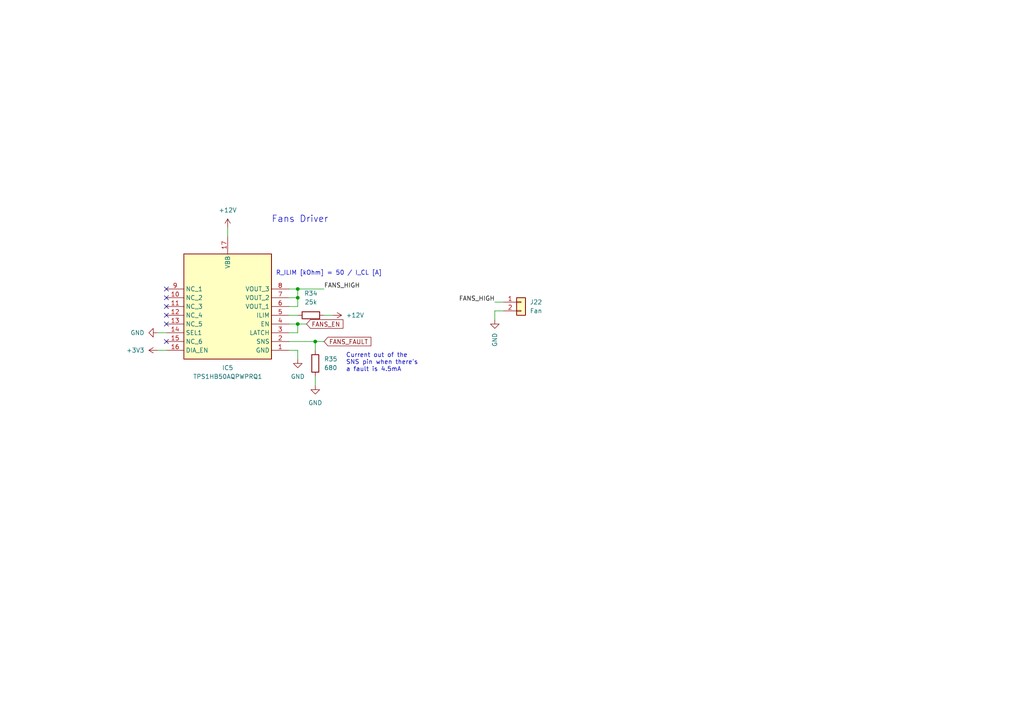
<source format=kicad_sch>
(kicad_sch (version 20231120) (generator "eeschema") (generator_version "8.0")
  (paper "A4")
  (lib_symbols
    (symbol "Connector_Generic:Conn_01x02" (pin_names (offset 1.016) hide)
      (property "Reference" "J" (at 0 2.54 0))
      (property "Value" "Conn_01x02" (at 0 -5.08 0))
      (symbol "Conn_01x02_1_1"
        (rectangle (start -1.27 -2.413) (end 0 -2.667) (stroke (width 0.1524)))
        (rectangle (start -1.27 0.127) (end 0 -0.127) (stroke (width 0.1524)))
        (rectangle (start -1.27 1.27) (end 1.27 -3.81) (stroke (width 0.254)) (fill (type background)))
        (pin passive line (at -5.08 0 0) (length 3.81) (name "Pin_1") (number "1"))
        (pin passive line (at -5.08 -2.54 0) (length 3.81) (name "Pin_2") (number "2"))
      )
    )
    (symbol "Device:R" (pin_numbers hide) (pin_names (offset 0))
      (property "Reference" "R" (at 2.032 0 90))
      (property "Value" "R" (at 0 0 90))
      (symbol "R_0_1"
        (rectangle (start -1.016 -2.54) (end 1.016 2.54) (stroke (width 0.254)))
      )
      (symbol "R_1_1"
        (pin passive line (at 0 3.81 270) (length 1.27) (name "~") (number "1"))
        (pin passive line (at 0 -3.81 90) (length 1.27) (name "~") (number "2"))
      )
    )
    (symbol "TPS1HB50AQPWPRQ1:TPS1HB50AQPWPRQ1"
      (property "Reference" "IC" (at 31.75 7.62 0))
      (property "Value" "TPS1HB50AQPWPRQ1" (at 31.75 5.08 0))
      (symbol "TPS1HB50AQPWPRQ1_1_1"
        (rectangle (start 5.08 2.54) (end 30.48 -27.94) (stroke (width 0.254)) (fill (type background)))
        (pin passive line (at 0 0 0) (length 5.08) (name "GND") (number "1"))
        (pin passive line (at 35.56 -15.24 180) (length 5.08) (name "NC_2") (number "10"))
        (pin passive line (at 35.56 -12.7 180) (length 5.08) (name "NC_3") (number "11"))
        (pin passive line (at 35.56 -10.16 180) (length 5.08) (name "NC_4") (number "12"))
        (pin passive line (at 35.56 -7.62 180) (length 5.08) (name "NC_5") (number "13"))
        (pin passive line (at 35.56 -5.08 180) (length 5.08) (name "SEL1") (number "14"))
        (pin passive line (at 35.56 -2.54 180) (length 5.08) (name "NC_6") (number "15"))
        (pin passive line (at 35.56 0 180) (length 5.08) (name "DIA_EN") (number "16"))
        (pin passive line (at 17.78 -33.02 90) (length 5.08) (name "VBB") (number "17"))
        (pin passive line (at 0 -2.54 0) (length 5.08) (name "SNS") (number "2"))
        (pin passive line (at 0 -5.08 0) (length 5.08) (name "LATCH") (number "3"))
        (pin passive line (at 0 -7.62 0) (length 5.08) (name "EN") (number "4"))
        (pin passive line (at 0 -10.16 0) (length 5.08) (name "ILIM") (number "5"))
        (pin passive line (at 0 -12.7 0) (length 5.08) (name "VOUT_1") (number "6"))
        (pin passive line (at 0 -15.24 0) (length 5.08) (name "VOUT_2") (number "7"))
        (pin passive line (at 0 -17.78 0) (length 5.08) (name "VOUT_3") (number "8"))
        (pin passive line (at 35.56 -17.78 180) (length 5.08) (name "NC_1") (number "9"))
      )
    )
    (symbol "power:+12V" (power) (pin_names (offset 0))
      (property "Value" "+12V" (at 0 3.556 0))
      (symbol "+12V_0_1"
        (polyline (pts (xy -0.762 1.27) (xy 0 2.54)))
        (polyline (pts (xy 0 0) (xy 0 2.54)))
        (polyline (pts (xy 0 2.54) (xy 0.762 1.27)))
      )
      (symbol "+12V_1_1"
        (pin power_in line (at 0 0 90) (length 0) hide (name "+12V") (number "1"))
      )
    )
    (symbol "power:+3V3" (power) (pin_names (offset 0))
      (property "Value" "+3V3" (at 0 3.556 0))
      (symbol "+3V3_0_1"
        (polyline (pts (xy -0.762 1.27) (xy 0 2.54)))
        (polyline (pts (xy 0 0) (xy 0 2.54)))
        (polyline (pts (xy 0 2.54) (xy 0.762 1.27)))
      )
      (symbol "+3V3_1_1"
        (pin power_in line (at 0 0 90) (length 0) hide (name "+3V3") (number "1"))
      )
    )
    (symbol "power:GND" (power) (pin_names (offset 0))
      (property "Value" "GND" (at 0 -3.81 0))
      (symbol "GND_0_1"
        (polyline (pts (xy 0 0) (xy 0 -1.27) (xy 1.27 -1.27) (xy 0 -2.54) (xy -1.27 -1.27) (xy 0 -1.27)))
      )
      (symbol "GND_1_1"
        (pin power_in line (at 0 0 270) (length 0) hide (name "GND") (number "1"))
      )
    )
  )
  (junction (at 86.36 86.36))
  (junction (at 91.44 99.06))
  (junction (at 86.36 93.98))
  (junction (at 86.36 83.82))
  (no_connect (at 48.26 88.9))
  (no_connect (at 48.26 83.82))
  (no_connect (at 48.26 91.44))
  (no_connect (at 48.26 86.36))
  (no_connect (at 48.26 93.98))
  (no_connect (at 48.26 99.06))
  (wire (pts (xy 86.36 93.98) (xy 88.9 93.98)))
  (wire (pts (xy 45.72 101.6) (xy 48.26 101.6)))
  (wire (pts (xy 86.36 86.36) (xy 86.36 88.9)))
  (wire (pts (xy 143.51 92.71) (xy 143.51 90.17)))
  (wire (pts (xy 83.82 83.82) (xy 86.36 83.82)))
  (wire (pts (xy 83.82 91.44) (xy 86.36 91.44)))
  (wire (pts (xy 83.82 96.52) (xy 86.36 96.52)))
  (wire (pts (xy 83.82 101.6) (xy 86.36 101.6)))
  (wire (pts (xy 93.98 91.44) (xy 96.52 91.44)))
  (wire (pts (xy 86.36 88.9) (xy 83.82 88.9)))
  (wire (pts (xy 91.44 99.06) (xy 91.44 101.6)))
  (wire (pts (xy 83.82 86.36) (xy 86.36 86.36)))
  (wire (pts (xy 66.04 68.58) (xy 66.04 66.04)))
  (wire (pts (xy 86.36 104.14) (xy 86.36 101.6)))
  (wire (pts (xy 143.51 87.63) (xy 146.05 87.63)))
  (wire (pts (xy 86.36 96.52) (xy 86.36 93.98)))
  (wire (pts (xy 83.82 99.06) (xy 91.44 99.06)))
  (wire (pts (xy 45.72 96.52) (xy 48.26 96.52)))
  (wire (pts (xy 91.44 99.06) (xy 93.98 99.06)))
  (wire (pts (xy 91.44 109.22) (xy 91.44 111.76)))
  (wire (pts (xy 83.82 93.98) (xy 86.36 93.98)))
  (wire (pts (xy 86.36 83.82) (xy 86.36 86.36)))
  (wire (pts (xy 86.36 83.82) (xy 93.98 83.82)))
  (wire (pts (xy 143.51 90.17) (xy 146.05 90.17)))
  (text "R_ILIM [kOhm] = 50 / I_CL [A]" (at 80.01 80.01 0) (effects (font (size 1.27 1.27)) (justify left bottom)))
  (text "Current out of the\nSNS pin when there's\na fault is 4.5mA" (at 100.33 107.95 0) (effects (font (size 1.27 1.27)) (justify left bottom)))
  (text "Fans Driver" (at 78.74 64.77 0) (effects (font (size 1.905 1.905)) (justify left bottom)))
  (label "FANS_HIGH" (at 143.51 87.63 180))
  (label "FANS_HIGH" (at 93.98 83.82 0))
  (global_label "FANS_FAULT" (shape input) (at 93.98 99.06 0) (property "Intersheetrefs" "${INTERSHEET_REFS}" (effects (hide yes))))
  (global_label "FANS_EN" (shape input) (at 88.9 93.98 0) (property "Intersheetrefs" "${INTERSHEET_REFS}" (effects (hide yes))))
  (symbol (lib_id "power:GND") (at 91.44 111.76 0) (unit 1)
    (property "Reference" "#PWR0167" (effects (hide yes)))
    (property "Value" "GND" (at 91.44 116.84 0))
  )
  (symbol (lib_id "power:GND") (at 45.72 96.52 270) (unit 1)
    (property "Reference" "#PWR0163" (effects (hide yes)))
    (property "Value" "GND" (at 41.91 96.52 90) (effects (justify right)))
  )
  (symbol (lib_id "power:+3V3") (at 45.72 101.6 90) (unit 1)
    (property "Reference" "#PWR0164" (effects (hide yes)))
    (property "Value" "+3V3" (at 41.91 101.6 90) (effects (justify left)))
  )
  (symbol (lib_id "Connector_Generic:Conn_01x02") (at 151.13 87.63 0) (unit 1)
    (property "Reference" "J22" (at 153.67 87.63 0) (effects (justify left)))
    (property "Value" "Fan" (at 153.67 90.17 0) (effects (justify left)))
    (property "Footprint" "Connector_JST:JST_XA_S02B-XASK-1_1x02_P2.50mm_Horizontal" (effects (hide yes)))
  )
  (symbol (lib_id "power:GND") (at 143.51 92.71 0) (unit 1)
    (property "Reference" "#PWR0169" (effects (hide yes)))
    (property "Value" "GND" (at 143.51 96.52 90) (effects (justify right)))
  )
  (symbol (lib_id "TPS1HB50AQPWPRQ1:TPS1HB50AQPWPRQ1") (at 83.82 101.6 180) (unit 1)
    (property "Reference" "IC5" (at 66.04 106.68 0))
    (property "Value" "TPS1HB50AQPWPRQ1" (at 66.04 109.22 0))
    (property "Footprint" "Package_SO:HTSSOP-16-1EP_4.4x5mm_P0.65mm_EP3.4x5mm_Mask3x3mm_ThermalVias" (effects (hide yes)))
    (property "Datasheet" "https://www.ti.com/lit/ds/symlink/tps1hb50-q1.pdf?ts=1623230903557&ref_url=https%253A%252F%252Fwww.ti.com%252Fstore%252Fti%252Fen%252Fp%252Fproduct%252F%253Fp%253DTPS1HB50AQPWPRQ1%2526keyMatch%253DTPS1HB50AQPWPRQ1%2526tisearch%253Dsearch-everything%2526us" (effects (hide yes)))
    (property "Height" "1.2" (effects (hide yes)))
    (property "Manufacturer_Name" "Texas Instruments" (effects (hide yes)))
    (property "Manufacturer_Part_Number" "TPS1HB50AQPWPRQ1" (effects (hide yes)))
    (property "Mouser Part Number" "595-TPS1HB50AQPWPRQ1" (effects (hide yes)))
    (property "Mouser Price/Stock" "https://www.mouser.co.uk/ProductDetail/Texas-Instruments/TPS1HB50AQPWPRQ1?qs=KUoIvG%2F9Ilb5Sav9qhsjzQ%3D%3D" (effects (hide yes)))
  )
  (symbol (lib_id "Device:R") (at 90.17 91.44 90) (unit 1)
    (property "Reference" "R34" (at 90.17 85.09 90))
    (property "Value" "25k" (at 90.17 87.63 90))
    (property "Footprint" "Resistor_SMD:R_0603_1608Metric_Pad0.98x0.95mm_HandSolder" (effects (hide yes)))
  )
  (symbol (lib_id "power:+12V") (at 96.52 91.44 270) (unit 1)
    (property "Reference" "#PWR0168" (effects (hide yes)))
    (property "Value" "+12V" (at 100.33 91.44 90) (effects (justify left)))
  )
  (symbol (lib_id "power:+12V") (at 66.04 66.04 0) (unit 1)
    (property "Reference" "#PWR0165" (effects (hide yes)))
    (property "Value" "+12V" (at 66.04 60.96 0))
  )
  (symbol (lib_id "Device:R") (at 91.44 105.41 0) (unit 1)
    (property "Reference" "R35" (at 93.98 104.14 0) (effects (justify left)))
    (property "Value" "680" (at 93.98 106.68 0) (effects (justify left)))
    (property "Footprint" "Resistor_SMD:R_0603_1608Metric_Pad0.98x0.95mm_HandSolder" (effects (hide yes)))
  )
  (symbol (lib_id "power:GND") (at 86.36 104.14 0) (unit 1)
    (property "Reference" "#PWR0166" (effects (hide yes)))
    (property "Value" "GND" (at 86.36 109.22 0))
  )
)
</source>
